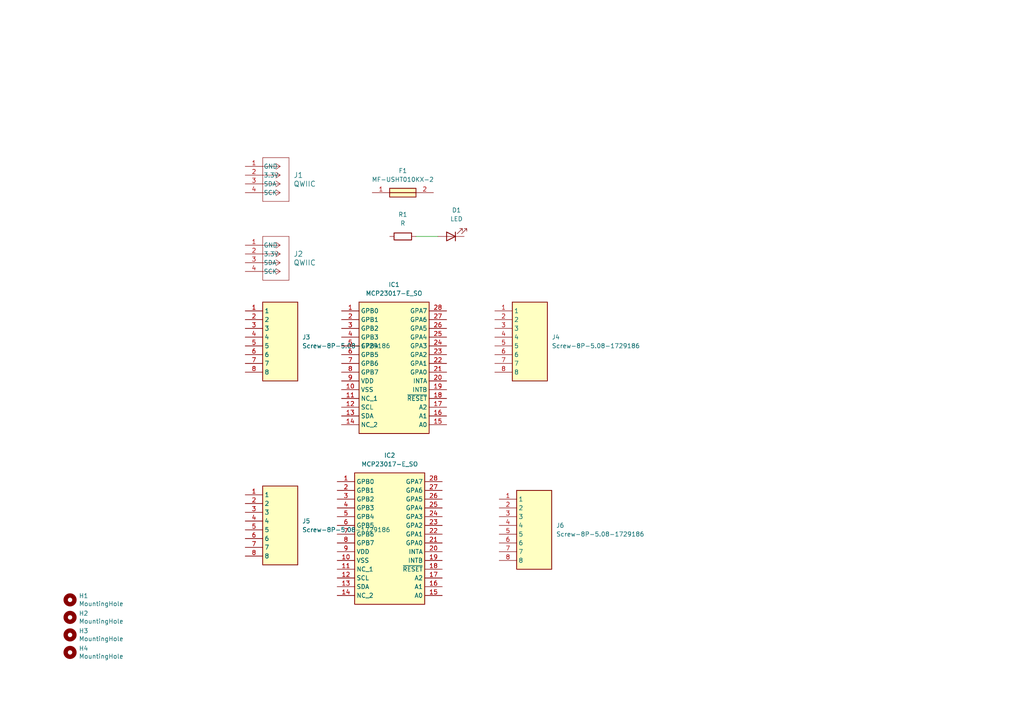
<source format=kicad_sch>
(kicad_sch
	(version 20231120)
	(generator "eeschema")
	(generator_version "8.0")
	(uuid "42fd438b-6d49-4666-ae11-20ce1683aad5")
	(paper "A4")
	(lib_symbols
		(symbol "00_Connectors:QWIIC"
			(pin_names
				(offset 0.254)
			)
			(exclude_from_sim no)
			(in_bom yes)
			(on_board yes)
			(property "Reference" "J"
				(at 5.842 3.81 0)
				(effects
					(font
						(size 1.524 1.524)
					)
				)
			)
			(property "Value" "QWIIC"
				(at 8.89 -11.938 0)
				(effects
					(font
						(size 1.524 1.524)
					)
				)
			)
			(property "Footprint" "00_Connectors:QWIIC"
				(at -3.048 -9.652 0)
				(effects
					(font
						(size 1.27 1.27)
						(italic yes)
					)
					(hide yes)
				)
			)
			(property "Datasheet" "Datasheet"
				(at -3.302 -11.684 0)
				(effects
					(font
						(size 1.27 1.27)
						(italic yes)
					)
					(hide yes)
				)
			)
			(property "Description" ""
				(at 0 0 0)
				(effects
					(font
						(size 1.27 1.27)
					)
					(hide yes)
				)
			)
			(property "ki_keywords" "BM04B-SRSS-TB"
				(at 0 0 0)
				(effects
					(font
						(size 1.27 1.27)
					)
					(hide yes)
				)
			)
			(property "ki_fp_filters" "CONN4_BM04B-SRSS_JST"
				(at 0 0 0)
				(effects
					(font
						(size 1.27 1.27)
					)
					(hide yes)
				)
			)
			(symbol "QWIIC_1_1"
				(polyline
					(pts
						(xy 5.08 -10.16) (xy 12.7 -10.16)
					)
					(stroke
						(width 0.127)
						(type default)
					)
					(fill
						(type none)
					)
				)
				(polyline
					(pts
						(xy 5.08 2.54) (xy 5.08 -10.16)
					)
					(stroke
						(width 0.127)
						(type default)
					)
					(fill
						(type none)
					)
				)
				(polyline
					(pts
						(xy 10.16 -7.62) (xy 5.08 -7.62)
					)
					(stroke
						(width 0.127)
						(type default)
					)
					(fill
						(type none)
					)
				)
				(polyline
					(pts
						(xy 10.16 -7.62) (xy 8.89 -8.4667)
					)
					(stroke
						(width 0.127)
						(type default)
					)
					(fill
						(type none)
					)
				)
				(polyline
					(pts
						(xy 10.16 -7.62) (xy 8.89 -6.7733)
					)
					(stroke
						(width 0.127)
						(type default)
					)
					(fill
						(type none)
					)
				)
				(polyline
					(pts
						(xy 10.16 -5.08) (xy 5.08 -5.08)
					)
					(stroke
						(width 0.127)
						(type default)
					)
					(fill
						(type none)
					)
				)
				(polyline
					(pts
						(xy 10.16 -5.08) (xy 8.89 -5.9267)
					)
					(stroke
						(width 0.127)
						(type default)
					)
					(fill
						(type none)
					)
				)
				(polyline
					(pts
						(xy 10.16 -5.08) (xy 8.89 -4.2333)
					)
					(stroke
						(width 0.127)
						(type default)
					)
					(fill
						(type none)
					)
				)
				(polyline
					(pts
						(xy 10.16 -2.54) (xy 5.08 -2.54)
					)
					(stroke
						(width 0.127)
						(type default)
					)
					(fill
						(type none)
					)
				)
				(polyline
					(pts
						(xy 10.16 -2.54) (xy 8.89 -3.3867)
					)
					(stroke
						(width 0.127)
						(type default)
					)
					(fill
						(type none)
					)
				)
				(polyline
					(pts
						(xy 10.16 -2.54) (xy 8.89 -1.6933)
					)
					(stroke
						(width 0.127)
						(type default)
					)
					(fill
						(type none)
					)
				)
				(polyline
					(pts
						(xy 10.16 0) (xy 5.08 0)
					)
					(stroke
						(width 0.127)
						(type default)
					)
					(fill
						(type none)
					)
				)
				(polyline
					(pts
						(xy 10.16 0) (xy 8.89 -0.8467)
					)
					(stroke
						(width 0.127)
						(type default)
					)
					(fill
						(type none)
					)
				)
				(polyline
					(pts
						(xy 10.16 0) (xy 8.89 0.8467)
					)
					(stroke
						(width 0.127)
						(type default)
					)
					(fill
						(type none)
					)
				)
				(polyline
					(pts
						(xy 12.7 -10.16) (xy 12.7 2.54)
					)
					(stroke
						(width 0.127)
						(type default)
					)
					(fill
						(type none)
					)
				)
				(polyline
					(pts
						(xy 12.7 2.54) (xy 5.08 2.54)
					)
					(stroke
						(width 0.127)
						(type default)
					)
					(fill
						(type none)
					)
				)
				(pin power_in line
					(at 0 0 0)
					(length 5.08)
					(name "GND"
						(effects
							(font
								(size 1.27 1.27)
							)
						)
					)
					(number "1"
						(effects
							(font
								(size 1.27 1.27)
							)
						)
					)
				)
				(pin power_in line
					(at 0 -2.54 0)
					(length 5.08)
					(name "3.3V"
						(effects
							(font
								(size 1.27 1.27)
							)
						)
					)
					(number "2"
						(effects
							(font
								(size 1.27 1.27)
							)
						)
					)
				)
				(pin bidirectional line
					(at 0 -5.08 0)
					(length 5.08)
					(name "SDA"
						(effects
							(font
								(size 1.27 1.27)
							)
						)
					)
					(number "3"
						(effects
							(font
								(size 1.27 1.27)
							)
						)
					)
				)
				(pin bidirectional line
					(at 0 -7.62 0)
					(length 5.08)
					(name "SCK"
						(effects
							(font
								(size 1.27 1.27)
							)
						)
					)
					(number "4"
						(effects
							(font
								(size 1.27 1.27)
							)
						)
					)
				)
			)
			(symbol "QWIIC_1_2"
				(polyline
					(pts
						(xy 5.08 -10.16) (xy 12.7 -10.16)
					)
					(stroke
						(width 0.127)
						(type default)
					)
					(fill
						(type none)
					)
				)
				(polyline
					(pts
						(xy 5.08 2.54) (xy 5.08 -10.16)
					)
					(stroke
						(width 0.127)
						(type default)
					)
					(fill
						(type none)
					)
				)
				(polyline
					(pts
						(xy 7.62 -7.62) (xy 5.08 -7.62)
					)
					(stroke
						(width 0.127)
						(type default)
					)
					(fill
						(type none)
					)
				)
				(polyline
					(pts
						(xy 7.62 -7.62) (xy 8.89 -8.4667)
					)
					(stroke
						(width 0.127)
						(type default)
					)
					(fill
						(type none)
					)
				)
				(polyline
					(pts
						(xy 7.62 -7.62) (xy 8.89 -6.7733)
					)
					(stroke
						(width 0.127)
						(type default)
					)
					(fill
						(type none)
					)
				)
				(polyline
					(pts
						(xy 7.62 -5.08) (xy 5.08 -5.08)
					)
					(stroke
						(width 0.127)
						(type default)
					)
					(fill
						(type none)
					)
				)
				(polyline
					(pts
						(xy 7.62 -5.08) (xy 8.89 -5.9267)
					)
					(stroke
						(width 0.127)
						(type default)
					)
					(fill
						(type none)
					)
				)
				(polyline
					(pts
						(xy 7.62 -5.08) (xy 8.89 -4.2333)
					)
					(stroke
						(width 0.127)
						(type default)
					)
					(fill
						(type none)
					)
				)
				(polyline
					(pts
						(xy 7.62 -2.54) (xy 5.08 -2.54)
					)
					(stroke
						(width 0.127)
						(type default)
					)
					(fill
						(type none)
					)
				)
				(polyline
					(pts
						(xy 7.62 -2.54) (xy 8.89 -3.3867)
					)
					(stroke
						(width 0.127)
						(type default)
					)
					(fill
						(type none)
					)
				)
				(polyline
					(pts
						(xy 7.62 -2.54) (xy 8.89 -1.6933)
					)
					(stroke
						(width 0.127)
						(type default)
					)
					(fill
						(type none)
					)
				)
				(polyline
					(pts
						(xy 7.62 0) (xy 5.08 0)
					)
					(stroke
						(width 0.127)
						(type default)
					)
					(fill
						(type none)
					)
				)
				(polyline
					(pts
						(xy 7.62 0) (xy 8.89 -0.8467)
					)
					(stroke
						(width 0.127)
						(type default)
					)
					(fill
						(type none)
					)
				)
				(polyline
					(pts
						(xy 7.62 0) (xy 8.89 0.8467)
					)
					(stroke
						(width 0.127)
						(type default)
					)
					(fill
						(type none)
					)
				)
				(polyline
					(pts
						(xy 12.7 -10.16) (xy 12.7 2.54)
					)
					(stroke
						(width 0.127)
						(type default)
					)
					(fill
						(type none)
					)
				)
				(polyline
					(pts
						(xy 12.7 2.54) (xy 5.08 2.54)
					)
					(stroke
						(width 0.127)
						(type default)
					)
					(fill
						(type none)
					)
				)
				(pin power_in line
					(at 0 0 0)
					(length 5.08)
					(name "1"
						(effects
							(font
								(size 1.27 1.27)
							)
						)
					)
					(number "1"
						(effects
							(font
								(size 1.27 1.27)
							)
						)
					)
				)
				(pin power_in line
					(at 0 -2.54 0)
					(length 5.08)
					(name "2"
						(effects
							(font
								(size 1.27 1.27)
							)
						)
					)
					(number "2"
						(effects
							(font
								(size 1.27 1.27)
							)
						)
					)
				)
				(pin bidirectional line
					(at 0 -5.08 0)
					(length 5.08)
					(name "3"
						(effects
							(font
								(size 1.27 1.27)
							)
						)
					)
					(number "3"
						(effects
							(font
								(size 1.27 1.27)
							)
						)
					)
				)
				(pin bidirectional line
					(at 0 -7.62 0)
					(length 5.08)
					(name "4"
						(effects
							(font
								(size 1.27 1.27)
							)
						)
					)
					(number "4"
						(effects
							(font
								(size 1.27 1.27)
							)
						)
					)
				)
			)
		)
		(symbol "00_Connectors:Screw-8P-5.08-1729186"
			(exclude_from_sim no)
			(in_bom yes)
			(on_board yes)
			(property "Reference" "J"
				(at 16.51 7.62 0)
				(effects
					(font
						(size 1.27 1.27)
					)
					(justify left top)
				)
			)
			(property "Value" "Screw-8P-5.08-1729186"
				(at 16.51 5.08 0)
				(effects
					(font
						(size 1.27 1.27)
					)
					(justify left top)
				)
			)
			(property "Footprint" "1729186"
				(at 16.51 -94.92 0)
				(effects
					(font
						(size 1.27 1.27)
					)
					(justify left top)
					(hide yes)
				)
			)
			(property "Datasheet" "http://www.phoenixcontact.com/de/produkte/1729186/pdf"
				(at 16.51 -194.92 0)
				(effects
					(font
						(size 1.27 1.27)
					)
					(justify left top)
					(hide yes)
				)
			)
			(property "Description" "PCB terminal block, nominal current: 13.5 A, rated voltage (III/2): 400 V, nominal cross section: 1.5 mm?, Number of potentials: 8, Number of rows: 1, Number of positions per row: 8, product range: MKDSN 1,5, pitch: 5.08 mm, connection method: Screw connection with tension sleeve, mounting: Wave soldering, conductor/PCB connection direction: 0 ?, color: green, Pin layout: Linear pinning, Solder pin [P]: 3.5 mm, type of packaging: packed in cardboard"
				(at 0 0 0)
				(effects
					(font
						(size 1.27 1.27)
					)
					(hide yes)
				)
			)
			(property "Height" "10.15"
				(at 16.51 -394.92 0)
				(effects
					(font
						(size 1.27 1.27)
					)
					(justify left top)
					(hide yes)
				)
			)
			(property "Mouser Part Number" "651-1729186"
				(at 16.51 -494.92 0)
				(effects
					(font
						(size 1.27 1.27)
					)
					(justify left top)
					(hide yes)
				)
			)
			(property "Mouser Price/Stock" "https://www.mouser.co.uk/ProductDetail/Phoenix-Contact/1729186?qs=GFUSqQMLmmmIqo9X897hPA%3D%3D"
				(at 16.51 -594.92 0)
				(effects
					(font
						(size 1.27 1.27)
					)
					(justify left top)
					(hide yes)
				)
			)
			(property "Manufacturer_Name" "Phoenix Contact"
				(at 16.51 -694.92 0)
				(effects
					(font
						(size 1.27 1.27)
					)
					(justify left top)
					(hide yes)
				)
			)
			(property "Manufacturer_Part_Number" "1729186"
				(at 16.51 -794.92 0)
				(effects
					(font
						(size 1.27 1.27)
					)
					(justify left top)
					(hide yes)
				)
			)
			(symbol "Screw-8P-5.08-1729186_1_1"
				(rectangle
					(start 5.08 2.54)
					(end 15.24 -20.32)
					(stroke
						(width 0.254)
						(type default)
					)
					(fill
						(type background)
					)
				)
				(pin passive line
					(at 0 0 0)
					(length 5.08)
					(name "1"
						(effects
							(font
								(size 1.27 1.27)
							)
						)
					)
					(number "1"
						(effects
							(font
								(size 1.27 1.27)
							)
						)
					)
				)
				(pin passive line
					(at 0 -2.54 0)
					(length 5.08)
					(name "2"
						(effects
							(font
								(size 1.27 1.27)
							)
						)
					)
					(number "2"
						(effects
							(font
								(size 1.27 1.27)
							)
						)
					)
				)
				(pin passive line
					(at 0 -5.08 0)
					(length 5.08)
					(name "3"
						(effects
							(font
								(size 1.27 1.27)
							)
						)
					)
					(number "3"
						(effects
							(font
								(size 1.27 1.27)
							)
						)
					)
				)
				(pin passive line
					(at 0 -7.62 0)
					(length 5.08)
					(name "4"
						(effects
							(font
								(size 1.27 1.27)
							)
						)
					)
					(number "4"
						(effects
							(font
								(size 1.27 1.27)
							)
						)
					)
				)
				(pin passive line
					(at 0 -10.16 0)
					(length 5.08)
					(name "5"
						(effects
							(font
								(size 1.27 1.27)
							)
						)
					)
					(number "5"
						(effects
							(font
								(size 1.27 1.27)
							)
						)
					)
				)
				(pin passive line
					(at 0 -12.7 0)
					(length 5.08)
					(name "6"
						(effects
							(font
								(size 1.27 1.27)
							)
						)
					)
					(number "6"
						(effects
							(font
								(size 1.27 1.27)
							)
						)
					)
				)
				(pin passive line
					(at 0 -15.24 0)
					(length 5.08)
					(name "7"
						(effects
							(font
								(size 1.27 1.27)
							)
						)
					)
					(number "7"
						(effects
							(font
								(size 1.27 1.27)
							)
						)
					)
				)
				(pin passive line
					(at 0 -17.78 0)
					(length 5.08)
					(name "8"
						(effects
							(font
								(size 1.27 1.27)
							)
						)
					)
					(number "8"
						(effects
							(font
								(size 1.27 1.27)
							)
						)
					)
				)
			)
		)
		(symbol "00_General:MF-USHT010KX-2"
			(pin_names hide)
			(exclude_from_sim no)
			(in_bom yes)
			(on_board yes)
			(property "Reference" "F"
				(at 13.97 6.35 0)
				(effects
					(font
						(size 1.27 1.27)
					)
					(justify left top)
				)
			)
			(property "Value" "MF-USHT010KX-2"
				(at 13.97 3.81 0)
				(effects
					(font
						(size 1.27 1.27)
					)
					(justify left top)
				)
			)
			(property "Footprint" "00_General:FUSC3226X85N"
				(at 13.97 -96.19 0)
				(effects
					(font
						(size 1.27 1.27)
					)
					(justify left top)
					(hide yes)
				)
			)
			(property "Datasheet" "https://www.bourns.com/docs/Product-Datasheets/mfusht.pdf"
				(at 13.97 -196.19 0)
				(effects
					(font
						(size 1.27 1.27)
					)
					(justify left top)
					(hide yes)
				)
			)
			(property "Description" "Resettable Fuses - PPTC 30V   .1A-HD   20A MAX"
				(at 0 0 0)
				(effects
					(font
						(size 1.27 1.27)
					)
					(hide yes)
				)
			)
			(property "Height" "0.85"
				(at 13.97 -396.19 0)
				(effects
					(font
						(size 1.27 1.27)
					)
					(justify left top)
					(hide yes)
				)
			)
			(property "Mouser Part Number" "652-MF-USHT010KX-2"
				(at 13.97 -496.19 0)
				(effects
					(font
						(size 1.27 1.27)
					)
					(justify left top)
					(hide yes)
				)
			)
			(property "Mouser Price/Stock" "https://www.mouser.co.uk/ProductDetail/Bourns/MF-USHT010KX-2?qs=XeJtXLiO41R5TDfPObrLlQ%3D%3D"
				(at 13.97 -596.19 0)
				(effects
					(font
						(size 1.27 1.27)
					)
					(justify left top)
					(hide yes)
				)
			)
			(property "Manufacturer_Name" "Bourns"
				(at 13.97 -696.19 0)
				(effects
					(font
						(size 1.27 1.27)
					)
					(justify left top)
					(hide yes)
				)
			)
			(property "Manufacturer_Part_Number" "MF-USHT010KX-2"
				(at 13.97 -796.19 0)
				(effects
					(font
						(size 1.27 1.27)
					)
					(justify left top)
					(hide yes)
				)
			)
			(symbol "MF-USHT010KX-2_1_1"
				(polyline
					(pts
						(xy 5.08 0) (xy 12.7 0)
					)
					(stroke
						(width 0.254)
						(type default)
					)
					(fill
						(type none)
					)
				)
				(rectangle
					(start 5.08 1.27)
					(end 12.7 -1.27)
					(stroke
						(width 0.254)
						(type default)
					)
					(fill
						(type background)
					)
				)
				(pin passive line
					(at 0 0 0)
					(length 5.08)
					(name "1"
						(effects
							(font
								(size 1.27 1.27)
							)
						)
					)
					(number "1"
						(effects
							(font
								(size 1.27 1.27)
							)
						)
					)
				)
				(pin passive line
					(at 17.78 0 180)
					(length 5.08)
					(name "2"
						(effects
							(font
								(size 1.27 1.27)
							)
						)
					)
					(number "2"
						(effects
							(font
								(size 1.27 1.27)
							)
						)
					)
				)
			)
		)
		(symbol "Device:LED"
			(pin_numbers hide)
			(pin_names
				(offset 1.016) hide)
			(exclude_from_sim no)
			(in_bom yes)
			(on_board yes)
			(property "Reference" "D"
				(at 0 2.54 0)
				(effects
					(font
						(size 1.27 1.27)
					)
				)
			)
			(property "Value" "LED"
				(at 0 -2.54 0)
				(effects
					(font
						(size 1.27 1.27)
					)
				)
			)
			(property "Footprint" ""
				(at 0 0 0)
				(effects
					(font
						(size 1.27 1.27)
					)
					(hide yes)
				)
			)
			(property "Datasheet" "~"
				(at 0 0 0)
				(effects
					(font
						(size 1.27 1.27)
					)
					(hide yes)
				)
			)
			(property "Description" "Light emitting diode"
				(at 0 0 0)
				(effects
					(font
						(size 1.27 1.27)
					)
					(hide yes)
				)
			)
			(property "ki_keywords" "LED diode"
				(at 0 0 0)
				(effects
					(font
						(size 1.27 1.27)
					)
					(hide yes)
				)
			)
			(property "ki_fp_filters" "LED* LED_SMD:* LED_THT:*"
				(at 0 0 0)
				(effects
					(font
						(size 1.27 1.27)
					)
					(hide yes)
				)
			)
			(symbol "LED_0_1"
				(polyline
					(pts
						(xy -1.27 -1.27) (xy -1.27 1.27)
					)
					(stroke
						(width 0.254)
						(type default)
					)
					(fill
						(type none)
					)
				)
				(polyline
					(pts
						(xy -1.27 0) (xy 1.27 0)
					)
					(stroke
						(width 0)
						(type default)
					)
					(fill
						(type none)
					)
				)
				(polyline
					(pts
						(xy 1.27 -1.27) (xy 1.27 1.27) (xy -1.27 0) (xy 1.27 -1.27)
					)
					(stroke
						(width 0.254)
						(type default)
					)
					(fill
						(type none)
					)
				)
				(polyline
					(pts
						(xy -3.048 -0.762) (xy -4.572 -2.286) (xy -3.81 -2.286) (xy -4.572 -2.286) (xy -4.572 -1.524)
					)
					(stroke
						(width 0)
						(type default)
					)
					(fill
						(type none)
					)
				)
				(polyline
					(pts
						(xy -1.778 -0.762) (xy -3.302 -2.286) (xy -2.54 -2.286) (xy -3.302 -2.286) (xy -3.302 -1.524)
					)
					(stroke
						(width 0)
						(type default)
					)
					(fill
						(type none)
					)
				)
			)
			(symbol "LED_1_1"
				(pin passive line
					(at -3.81 0 0)
					(length 2.54)
					(name "K"
						(effects
							(font
								(size 1.27 1.27)
							)
						)
					)
					(number "1"
						(effects
							(font
								(size 1.27 1.27)
							)
						)
					)
				)
				(pin passive line
					(at 3.81 0 180)
					(length 2.54)
					(name "A"
						(effects
							(font
								(size 1.27 1.27)
							)
						)
					)
					(number "2"
						(effects
							(font
								(size 1.27 1.27)
							)
						)
					)
				)
			)
		)
		(symbol "Device:R"
			(pin_numbers hide)
			(pin_names
				(offset 0)
			)
			(exclude_from_sim no)
			(in_bom yes)
			(on_board yes)
			(property "Reference" "R"
				(at 2.032 0 90)
				(effects
					(font
						(size 1.27 1.27)
					)
				)
			)
			(property "Value" "R"
				(at 0 0 90)
				(effects
					(font
						(size 1.27 1.27)
					)
				)
			)
			(property "Footprint" ""
				(at -1.778 0 90)
				(effects
					(font
						(size 1.27 1.27)
					)
					(hide yes)
				)
			)
			(property "Datasheet" "~"
				(at 0 0 0)
				(effects
					(font
						(size 1.27 1.27)
					)
					(hide yes)
				)
			)
			(property "Description" "Resistor"
				(at 0 0 0)
				(effects
					(font
						(size 1.27 1.27)
					)
					(hide yes)
				)
			)
			(property "ki_keywords" "R res resistor"
				(at 0 0 0)
				(effects
					(font
						(size 1.27 1.27)
					)
					(hide yes)
				)
			)
			(property "ki_fp_filters" "R_*"
				(at 0 0 0)
				(effects
					(font
						(size 1.27 1.27)
					)
					(hide yes)
				)
			)
			(symbol "R_0_1"
				(rectangle
					(start -1.016 -2.54)
					(end 1.016 2.54)
					(stroke
						(width 0.254)
						(type default)
					)
					(fill
						(type none)
					)
				)
			)
			(symbol "R_1_1"
				(pin passive line
					(at 0 3.81 270)
					(length 1.27)
					(name "~"
						(effects
							(font
								(size 1.27 1.27)
							)
						)
					)
					(number "1"
						(effects
							(font
								(size 1.27 1.27)
							)
						)
					)
				)
				(pin passive line
					(at 0 -3.81 90)
					(length 1.27)
					(name "~"
						(effects
							(font
								(size 1.27 1.27)
							)
						)
					)
					(number "2"
						(effects
							(font
								(size 1.27 1.27)
							)
						)
					)
				)
			)
		)
		(symbol "Mechanical:MountingHole"
			(pin_names
				(offset 1.016)
			)
			(exclude_from_sim yes)
			(in_bom no)
			(on_board yes)
			(property "Reference" "H"
				(at 0 5.08 0)
				(effects
					(font
						(size 1.27 1.27)
					)
				)
			)
			(property "Value" "MountingHole"
				(at 0 3.175 0)
				(effects
					(font
						(size 1.27 1.27)
					)
				)
			)
			(property "Footprint" ""
				(at 0 0 0)
				(effects
					(font
						(size 1.27 1.27)
					)
					(hide yes)
				)
			)
			(property "Datasheet" "~"
				(at 0 0 0)
				(effects
					(font
						(size 1.27 1.27)
					)
					(hide yes)
				)
			)
			(property "Description" "Mounting Hole without connection"
				(at 0 0 0)
				(effects
					(font
						(size 1.27 1.27)
					)
					(hide yes)
				)
			)
			(property "ki_keywords" "mounting hole"
				(at 0 0 0)
				(effects
					(font
						(size 1.27 1.27)
					)
					(hide yes)
				)
			)
			(property "ki_fp_filters" "MountingHole*"
				(at 0 0 0)
				(effects
					(font
						(size 1.27 1.27)
					)
					(hide yes)
				)
			)
			(symbol "MountingHole_0_1"
				(circle
					(center 0 0)
					(radius 1.27)
					(stroke
						(width 1.27)
						(type default)
					)
					(fill
						(type none)
					)
				)
			)
		)
		(symbol "QWIIC_1"
			(pin_names
				(offset 0.254)
			)
			(exclude_from_sim no)
			(in_bom yes)
			(on_board yes)
			(property "Reference" "J"
				(at 5.842 3.81 0)
				(effects
					(font
						(size 1.524 1.524)
					)
				)
			)
			(property "Value" "QWIIC"
				(at 8.89 -11.938 0)
				(effects
					(font
						(size 1.524 1.524)
					)
				)
			)
			(property "Footprint" "00_Connectors:QWIIC"
				(at -3.048 -9.652 0)
				(effects
					(font
						(size 1.27 1.27)
						(italic yes)
					)
					(hide yes)
				)
			)
			(property "Datasheet" "Datasheet"
				(at -3.302 -11.684 0)
				(effects
					(font
						(size 1.27 1.27)
						(italic yes)
					)
					(hide yes)
				)
			)
			(property "Description" ""
				(at 0 0 0)
				(effects
					(font
						(size 1.27 1.27)
					)
					(hide yes)
				)
			)
			(property "ki_keywords" "BM04B-SRSS-TB"
				(at 0 0 0)
				(effects
					(font
						(size 1.27 1.27)
					)
					(hide yes)
				)
			)
			(property "ki_fp_filters" "CONN4_BM04B-SRSS_JST"
				(at 0 0 0)
				(effects
					(font
						(size 1.27 1.27)
					)
					(hide yes)
				)
			)
			(symbol "QWIIC_1_1_1"
				(polyline
					(pts
						(xy 5.08 -10.16) (xy 12.7 -10.16)
					)
					(stroke
						(width 0.127)
						(type default)
					)
					(fill
						(type none)
					)
				)
				(polyline
					(pts
						(xy 5.08 2.54) (xy 5.08 -10.16)
					)
					(stroke
						(width 0.127)
						(type default)
					)
					(fill
						(type none)
					)
				)
				(polyline
					(pts
						(xy 10.16 -7.62) (xy 5.08 -7.62)
					)
					(stroke
						(width 0.127)
						(type default)
					)
					(fill
						(type none)
					)
				)
				(polyline
					(pts
						(xy 10.16 -7.62) (xy 8.89 -8.4667)
					)
					(stroke
						(width 0.127)
						(type default)
					)
					(fill
						(type none)
					)
				)
				(polyline
					(pts
						(xy 10.16 -7.62) (xy 8.89 -6.7733)
					)
					(stroke
						(width 0.127)
						(type default)
					)
					(fill
						(type none)
					)
				)
				(polyline
					(pts
						(xy 10.16 -5.08) (xy 5.08 -5.08)
					)
					(stroke
						(width 0.127)
						(type default)
					)
					(fill
						(type none)
					)
				)
				(polyline
					(pts
						(xy 10.16 -5.08) (xy 8.89 -5.9267)
					)
					(stroke
						(width 0.127)
						(type default)
					)
					(fill
						(type none)
					)
				)
				(polyline
					(pts
						(xy 10.16 -5.08) (xy 8.89 -4.2333)
					)
					(stroke
						(width 0.127)
						(type default)
					)
					(fill
						(type none)
					)
				)
				(polyline
					(pts
						(xy 10.16 -2.54) (xy 5.08 -2.54)
					)
					(stroke
						(width 0.127)
						(type default)
					)
					(fill
						(type none)
					)
				)
				(polyline
					(pts
						(xy 10.16 -2.54) (xy 8.89 -3.3867)
					)
					(stroke
						(width 0.127)
						(type default)
					)
					(fill
						(type none)
					)
				)
				(polyline
					(pts
						(xy 10.16 -2.54) (xy 8.89 -1.6933)
					)
					(stroke
						(width 0.127)
						(type default)
					)
					(fill
						(type none)
					)
				)
				(polyline
					(pts
						(xy 10.16 0) (xy 5.08 0)
					)
					(stroke
						(width 0.127)
						(type default)
					)
					(fill
						(type none)
					)
				)
				(polyline
					(pts
						(xy 10.16 0) (xy 8.89 -0.8467)
					)
					(stroke
						(width 0.127)
						(type default)
					)
					(fill
						(type none)
					)
				)
				(polyline
					(pts
						(xy 10.16 0) (xy 8.89 0.8467)
					)
					(stroke
						(width 0.127)
						(type default)
					)
					(fill
						(type none)
					)
				)
				(polyline
					(pts
						(xy 12.7 -10.16) (xy 12.7 2.54)
					)
					(stroke
						(width 0.127)
						(type default)
					)
					(fill
						(type none)
					)
				)
				(polyline
					(pts
						(xy 12.7 2.54) (xy 5.08 2.54)
					)
					(stroke
						(width 0.127)
						(type default)
					)
					(fill
						(type none)
					)
				)
				(pin power_in line
					(at 0 0 0)
					(length 5.08)
					(name "GND"
						(effects
							(font
								(size 1.27 1.27)
							)
						)
					)
					(number "1"
						(effects
							(font
								(size 1.27 1.27)
							)
						)
					)
				)
				(pin power_in line
					(at 0 -2.54 0)
					(length 5.08)
					(name "3.3V"
						(effects
							(font
								(size 1.27 1.27)
							)
						)
					)
					(number "2"
						(effects
							(font
								(size 1.27 1.27)
							)
						)
					)
				)
				(pin bidirectional line
					(at 0 -5.08 0)
					(length 5.08)
					(name "SDA"
						(effects
							(font
								(size 1.27 1.27)
							)
						)
					)
					(number "3"
						(effects
							(font
								(size 1.27 1.27)
							)
						)
					)
				)
				(pin bidirectional line
					(at 0 -7.62 0)
					(length 5.08)
					(name "SCK"
						(effects
							(font
								(size 1.27 1.27)
							)
						)
					)
					(number "4"
						(effects
							(font
								(size 1.27 1.27)
							)
						)
					)
				)
			)
			(symbol "QWIIC_1_1_2"
				(polyline
					(pts
						(xy 5.08 -10.16) (xy 12.7 -10.16)
					)
					(stroke
						(width 0.127)
						(type default)
					)
					(fill
						(type none)
					)
				)
				(polyline
					(pts
						(xy 5.08 2.54) (xy 5.08 -10.16)
					)
					(stroke
						(width 0.127)
						(type default)
					)
					(fill
						(type none)
					)
				)
				(polyline
					(pts
						(xy 7.62 -7.62) (xy 5.08 -7.62)
					)
					(stroke
						(width 0.127)
						(type default)
					)
					(fill
						(type none)
					)
				)
				(polyline
					(pts
						(xy 7.62 -7.62) (xy 8.89 -8.4667)
					)
					(stroke
						(width 0.127)
						(type default)
					)
					(fill
						(type none)
					)
				)
				(polyline
					(pts
						(xy 7.62 -7.62) (xy 8.89 -6.7733)
					)
					(stroke
						(width 0.127)
						(type default)
					)
					(fill
						(type none)
					)
				)
				(polyline
					(pts
						(xy 7.62 -5.08) (xy 5.08 -5.08)
					)
					(stroke
						(width 0.127)
						(type default)
					)
					(fill
						(type none)
					)
				)
				(polyline
					(pts
						(xy 7.62 -5.08) (xy 8.89 -5.9267)
					)
					(stroke
						(width 0.127)
						(type default)
					)
					(fill
						(type none)
					)
				)
				(polyline
					(pts
						(xy 7.62 -5.08) (xy 8.89 -4.2333)
					)
					(stroke
						(width 0.127)
						(type default)
					)
					(fill
						(type none)
					)
				)
				(polyline
					(pts
						(xy 7.62 -2.54) (xy 5.08 -2.54)
					)
					(stroke
						(width 0.127)
						(type default)
					)
					(fill
						(type none)
					)
				)
				(polyline
					(pts
						(xy 7.62 -2.54) (xy 8.89 -3.3867)
					)
					(stroke
						(width 0.127)
						(type default)
					)
					(fill
						(type none)
					)
				)
				(polyline
					(pts
						(xy 7.62 -2.54) (xy 8.89 -1.6933)
					)
					(stroke
						(width 0.127)
						(type default)
					)
					(fill
						(type none)
					)
				)
				(polyline
					(pts
						(xy 7.62 0) (xy 5.08 0)
					)
					(stroke
						(width 0.127)
						(type default)
					)
					(fill
						(type none)
					)
				)
				(polyline
					(pts
						(xy 7.62 0) (xy 8.89 -0.8467)
					)
					(stroke
						(width 0.127)
						(type default)
					)
					(fill
						(type none)
					)
				)
				(polyline
					(pts
						(xy 7.62 0) (xy 8.89 0.8467)
					)
					(stroke
						(width 0.127)
						(type default)
					)
					(fill
						(type none)
					)
				)
				(polyline
					(pts
						(xy 12.7 -10.16) (xy 12.7 2.54)
					)
					(stroke
						(width 0.127)
						(type default)
					)
					(fill
						(type none)
					)
				)
				(polyline
					(pts
						(xy 12.7 2.54) (xy 5.08 2.54)
					)
					(stroke
						(width 0.127)
						(type default)
					)
					(fill
						(type none)
					)
				)
				(pin power_in line
					(at 0 0 0)
					(length 5.08)
					(name "1"
						(effects
							(font
								(size 1.27 1.27)
							)
						)
					)
					(number "1"
						(effects
							(font
								(size 1.27 1.27)
							)
						)
					)
				)
				(pin power_in line
					(at 0 -2.54 0)
					(length 5.08)
					(name "2"
						(effects
							(font
								(size 1.27 1.27)
							)
						)
					)
					(number "2"
						(effects
							(font
								(size 1.27 1.27)
							)
						)
					)
				)
				(pin bidirectional line
					(at 0 -5.08 0)
					(length 5.08)
					(name "3"
						(effects
							(font
								(size 1.27 1.27)
							)
						)
					)
					(number "3"
						(effects
							(font
								(size 1.27 1.27)
							)
						)
					)
				)
				(pin bidirectional line
					(at 0 -7.62 0)
					(length 5.08)
					(name "4"
						(effects
							(font
								(size 1.27 1.27)
							)
						)
					)
					(number "4"
						(effects
							(font
								(size 1.27 1.27)
							)
						)
					)
				)
			)
		)
		(symbol "SamacSys_Parts:MCP23017-E_SO"
			(exclude_from_sim no)
			(in_bom yes)
			(on_board yes)
			(property "Reference" "IC"
				(at 26.67 7.62 0)
				(effects
					(font
						(size 1.27 1.27)
					)
					(justify left top)
				)
			)
			(property "Value" "MCP23017-E_SO"
				(at 26.67 5.08 0)
				(effects
					(font
						(size 1.27 1.27)
					)
					(justify left top)
				)
			)
			(property "Footprint" "SOIC127P1030X265-28N"
				(at 26.67 -94.92 0)
				(effects
					(font
						(size 1.27 1.27)
					)
					(justify left top)
					(hide yes)
				)
			)
			(property "Datasheet" "https://datasheet.datasheetarchive.com/originals/distributors/SFDatasheet-4/sf-00090057.pdf"
				(at 26.67 -194.92 0)
				(effects
					(font
						(size 1.27 1.27)
					)
					(justify left top)
					(hide yes)
				)
			)
			(property "Description" "16-bit I/O Expander,I2C,MCP23017-E/SO"
				(at 0 0 0)
				(effects
					(font
						(size 1.27 1.27)
					)
					(hide yes)
				)
			)
			(property "Height" "2.65"
				(at 26.67 -394.92 0)
				(effects
					(font
						(size 1.27 1.27)
					)
					(justify left top)
					(hide yes)
				)
			)
			(property "Mouser Part Number" "579-MCP23017-E/SO"
				(at 26.67 -494.92 0)
				(effects
					(font
						(size 1.27 1.27)
					)
					(justify left top)
					(hide yes)
				)
			)
			(property "Mouser Price/Stock" "https://www.mouser.co.uk/ProductDetail/Microchip-Technology/MCP23017-E-SO?qs=usxtMOJb1Rz8hft7vV7YMQ%3D%3D"
				(at 26.67 -594.92 0)
				(effects
					(font
						(size 1.27 1.27)
					)
					(justify left top)
					(hide yes)
				)
			)
			(property "Manufacturer_Name" "Microchip"
				(at 26.67 -694.92 0)
				(effects
					(font
						(size 1.27 1.27)
					)
					(justify left top)
					(hide yes)
				)
			)
			(property "Manufacturer_Part_Number" "MCP23017-E/SO"
				(at 26.67 -794.92 0)
				(effects
					(font
						(size 1.27 1.27)
					)
					(justify left top)
					(hide yes)
				)
			)
			(symbol "MCP23017-E_SO_1_1"
				(rectangle
					(start 5.08 2.54)
					(end 25.4 -35.56)
					(stroke
						(width 0.254)
						(type default)
					)
					(fill
						(type background)
					)
				)
				(pin passive line
					(at 0 0 0)
					(length 5.08)
					(name "GPB0"
						(effects
							(font
								(size 1.27 1.27)
							)
						)
					)
					(number "1"
						(effects
							(font
								(size 1.27 1.27)
							)
						)
					)
				)
				(pin passive line
					(at 0 -22.86 0)
					(length 5.08)
					(name "VSS"
						(effects
							(font
								(size 1.27 1.27)
							)
						)
					)
					(number "10"
						(effects
							(font
								(size 1.27 1.27)
							)
						)
					)
				)
				(pin passive line
					(at 0 -25.4 0)
					(length 5.08)
					(name "NC_1"
						(effects
							(font
								(size 1.27 1.27)
							)
						)
					)
					(number "11"
						(effects
							(font
								(size 1.27 1.27)
							)
						)
					)
				)
				(pin passive line
					(at 0 -27.94 0)
					(length 5.08)
					(name "SCL"
						(effects
							(font
								(size 1.27 1.27)
							)
						)
					)
					(number "12"
						(effects
							(font
								(size 1.27 1.27)
							)
						)
					)
				)
				(pin passive line
					(at 0 -30.48 0)
					(length 5.08)
					(name "SDA"
						(effects
							(font
								(size 1.27 1.27)
							)
						)
					)
					(number "13"
						(effects
							(font
								(size 1.27 1.27)
							)
						)
					)
				)
				(pin passive line
					(at 0 -33.02 0)
					(length 5.08)
					(name "NC_2"
						(effects
							(font
								(size 1.27 1.27)
							)
						)
					)
					(number "14"
						(effects
							(font
								(size 1.27 1.27)
							)
						)
					)
				)
				(pin passive line
					(at 30.48 -33.02 180)
					(length 5.08)
					(name "A0"
						(effects
							(font
								(size 1.27 1.27)
							)
						)
					)
					(number "15"
						(effects
							(font
								(size 1.27 1.27)
							)
						)
					)
				)
				(pin passive line
					(at 30.48 -30.48 180)
					(length 5.08)
					(name "A1"
						(effects
							(font
								(size 1.27 1.27)
							)
						)
					)
					(number "16"
						(effects
							(font
								(size 1.27 1.27)
							)
						)
					)
				)
				(pin passive line
					(at 30.48 -27.94 180)
					(length 5.08)
					(name "A2"
						(effects
							(font
								(size 1.27 1.27)
							)
						)
					)
					(number "17"
						(effects
							(font
								(size 1.27 1.27)
							)
						)
					)
				)
				(pin passive line
					(at 30.48 -25.4 180)
					(length 5.08)
					(name "~{RESET}"
						(effects
							(font
								(size 1.27 1.27)
							)
						)
					)
					(number "18"
						(effects
							(font
								(size 1.27 1.27)
							)
						)
					)
				)
				(pin passive line
					(at 30.48 -22.86 180)
					(length 5.08)
					(name "INTB"
						(effects
							(font
								(size 1.27 1.27)
							)
						)
					)
					(number "19"
						(effects
							(font
								(size 1.27 1.27)
							)
						)
					)
				)
				(pin passive line
					(at 0 -2.54 0)
					(length 5.08)
					(name "GPB1"
						(effects
							(font
								(size 1.27 1.27)
							)
						)
					)
					(number "2"
						(effects
							(font
								(size 1.27 1.27)
							)
						)
					)
				)
				(pin passive line
					(at 30.48 -20.32 180)
					(length 5.08)
					(name "INTA"
						(effects
							(font
								(size 1.27 1.27)
							)
						)
					)
					(number "20"
						(effects
							(font
								(size 1.27 1.27)
							)
						)
					)
				)
				(pin passive line
					(at 30.48 -17.78 180)
					(length 5.08)
					(name "GPA0"
						(effects
							(font
								(size 1.27 1.27)
							)
						)
					)
					(number "21"
						(effects
							(font
								(size 1.27 1.27)
							)
						)
					)
				)
				(pin passive line
					(at 30.48 -15.24 180)
					(length 5.08)
					(name "GPA1"
						(effects
							(font
								(size 1.27 1.27)
							)
						)
					)
					(number "22"
						(effects
							(font
								(size 1.27 1.27)
							)
						)
					)
				)
				(pin passive line
					(at 30.48 -12.7 180)
					(length 5.08)
					(name "GPA2"
						(effects
							(font
								(size 1.27 1.27)
							)
						)
					)
					(number "23"
						(effects
							(font
								(size 1.27 1.27)
							)
						)
					)
				)
				(pin passive line
					(at 30.48 -10.16 180)
					(length 5.08)
					(name "GPA3"
						(effects
							(font
								(size 1.27 1.27)
							)
						)
					)
					(number "24"
						(effects
							(font
								(size 1.27 1.27)
							)
						)
					)
				)
				(pin passive line
					(at 30.48 -7.62 180)
					(length 5.08)
					(name "GPA4"
						(effects
							(font
								(size 1.27 1.27)
							)
						)
					)
					(number "25"
						(effects
							(font
								(size 1.27 1.27)
							)
						)
					)
				)
				(pin passive line
					(at 30.48 -5.08 180)
					(length 5.08)
					(name "GPA5"
						(effects
							(font
								(size 1.27 1.27)
							)
						)
					)
					(number "26"
						(effects
							(font
								(size 1.27 1.27)
							)
						)
					)
				)
				(pin passive line
					(at 30.48 -2.54 180)
					(length 5.08)
					(name "GPA6"
						(effects
							(font
								(size 1.27 1.27)
							)
						)
					)
					(number "27"
						(effects
							(font
								(size 1.27 1.27)
							)
						)
					)
				)
				(pin passive line
					(at 30.48 0 180)
					(length 5.08)
					(name "GPA7"
						(effects
							(font
								(size 1.27 1.27)
							)
						)
					)
					(number "28"
						(effects
							(font
								(size 1.27 1.27)
							)
						)
					)
				)
				(pin passive line
					(at 0 -5.08 0)
					(length 5.08)
					(name "GPB2"
						(effects
							(font
								(size 1.27 1.27)
							)
						)
					)
					(number "3"
						(effects
							(font
								(size 1.27 1.27)
							)
						)
					)
				)
				(pin passive line
					(at 0 -7.62 0)
					(length 5.08)
					(name "GPB3"
						(effects
							(font
								(size 1.27 1.27)
							)
						)
					)
					(number "4"
						(effects
							(font
								(size 1.27 1.27)
							)
						)
					)
				)
				(pin passive line
					(at 0 -10.16 0)
					(length 5.08)
					(name "GPB4"
						(effects
							(font
								(size 1.27 1.27)
							)
						)
					)
					(number "5"
						(effects
							(font
								(size 1.27 1.27)
							)
						)
					)
				)
				(pin passive line
					(at 0 -12.7 0)
					(length 5.08)
					(name "GPB5"
						(effects
							(font
								(size 1.27 1.27)
							)
						)
					)
					(number "6"
						(effects
							(font
								(size 1.27 1.27)
							)
						)
					)
				)
				(pin passive line
					(at 0 -15.24 0)
					(length 5.08)
					(name "GPB6"
						(effects
							(font
								(size 1.27 1.27)
							)
						)
					)
					(number "7"
						(effects
							(font
								(size 1.27 1.27)
							)
						)
					)
				)
				(pin passive line
					(at 0 -17.78 0)
					(length 5.08)
					(name "GPB7"
						(effects
							(font
								(size 1.27 1.27)
							)
						)
					)
					(number "8"
						(effects
							(font
								(size 1.27 1.27)
							)
						)
					)
				)
				(pin passive line
					(at 0 -20.32 0)
					(length 5.08)
					(name "VDD"
						(effects
							(font
								(size 1.27 1.27)
							)
						)
					)
					(number "9"
						(effects
							(font
								(size 1.27 1.27)
							)
						)
					)
				)
			)
		)
	)
	(wire
		(pts
			(xy 120.65 68.58) (xy 127 68.58)
		)
		(stroke
			(width 0)
			(type default)
		)
		(uuid "031164e6-764f-4e2e-b9a6-882defa9823d")
	)
	(symbol
		(lib_id "SamacSys_Parts:MCP23017-E_SO")
		(at 99.06 90.17 0)
		(unit 1)
		(exclude_from_sim no)
		(in_bom yes)
		(on_board yes)
		(dnp no)
		(fields_autoplaced yes)
		(uuid "186409a5-79d2-4483-ae00-eed6a6dc42d6")
		(property "Reference" "IC1"
			(at 114.3 82.55 0)
			(effects
				(font
					(size 1.27 1.27)
				)
			)
		)
		(property "Value" "MCP23017-E_SO"
			(at 114.3 85.09 0)
			(effects
				(font
					(size 1.27 1.27)
				)
			)
		)
		(property "Footprint" "SOIC127P1030X265-28N"
			(at 125.73 185.09 0)
			(effects
				(font
					(size 1.27 1.27)
				)
				(justify left top)
				(hide yes)
			)
		)
		(property "Datasheet" "https://datasheet.datasheetarchive.com/originals/distributors/SFDatasheet-4/sf-00090057.pdf"
			(at 125.73 285.09 0)
			(effects
				(font
					(size 1.27 1.27)
				)
				(justify left top)
				(hide yes)
			)
		)
		(property "Description" "16-bit I/O Expander,I2C,MCP23017-E/SO"
			(at 99.06 90.17 0)
			(effects
				(font
					(size 1.27 1.27)
				)
				(hide yes)
			)
		)
		(property "Height" "2.65"
			(at 125.73 485.09 0)
			(effects
				(font
					(size 1.27 1.27)
				)
				(justify left top)
				(hide yes)
			)
		)
		(property "Mouser Part Number" "579-MCP23017-E/SO"
			(at 125.73 585.09 0)
			(effects
				(font
					(size 1.27 1.27)
				)
				(justify left top)
				(hide yes)
			)
		)
		(property "Mouser Price/Stock" "https://www.mouser.co.uk/ProductDetail/Microchip-Technology/MCP23017-E-SO?qs=usxtMOJb1Rz8hft7vV7YMQ%3D%3D"
			(at 125.73 685.09 0)
			(effects
				(font
					(size 1.27 1.27)
				)
				(justify left top)
				(hide yes)
			)
		)
		(property "Manufacturer_Name" "Microchip"
			(at 125.73 785.09 0)
			(effects
				(font
					(size 1.27 1.27)
				)
				(justify left top)
				(hide yes)
			)
		)
		(property "Manufacturer_Part_Number" "MCP23017-E/SO"
			(at 125.73 885.09 0)
			(effects
				(font
					(size 1.27 1.27)
				)
				(justify left top)
				(hide yes)
			)
		)
		(pin "24"
			(uuid "3c3e972a-94e7-4d47-92d8-3ec0f0c7be3a")
		)
		(pin "5"
			(uuid "1114c03d-795a-4331-ab5e-3c4f867407a5")
		)
		(pin "3"
			(uuid "ddff2f91-9248-4c36-9cb9-11f87c28e2e0")
		)
		(pin "21"
			(uuid "4dab343e-5252-4364-9826-5b24e69d15a5")
		)
		(pin "13"
			(uuid "2bd58031-dbfd-4a7c-82d0-2e21a836bb8d")
		)
		(pin "17"
			(uuid "3bb87cb1-103c-4a57-bb5a-859069515776")
		)
		(pin "18"
			(uuid "99e066a2-ba87-42dc-b5c3-e52027a2dff7")
		)
		(pin "12"
			(uuid "abd28582-dd69-4cb7-afb1-2777c45a3ad4")
		)
		(pin "4"
			(uuid "976bdae8-9520-46d5-9986-95771d96c49a")
		)
		(pin "22"
			(uuid "85350327-0874-4731-b7d1-a8ab302ff957")
		)
		(pin "25"
			(uuid "4b295f33-a154-421f-96d9-95e0500be9fc")
		)
		(pin "11"
			(uuid "2960ddeb-b29a-4ae9-87d7-ac453781b41b")
		)
		(pin "15"
			(uuid "f5cb8520-7a4d-4ff8-950d-3099d695d6d6")
		)
		(pin "23"
			(uuid "7ae4bc1e-4d26-496b-9c68-e7c4b2609c9c")
		)
		(pin "27"
			(uuid "df9effbd-3582-4904-b3ad-653a0539d296")
		)
		(pin "7"
			(uuid "27c17ce2-e3bf-4c0a-b89b-155f9b7fe4a9")
		)
		(pin "2"
			(uuid "30a7fcd2-5749-4b88-b549-d79ccc9544f9")
		)
		(pin "19"
			(uuid "25cf456b-e276-4ba4-b5db-c6a733dd7d12")
		)
		(pin "1"
			(uuid "b1a70f41-247a-4071-8835-62ac8cf34cce")
		)
		(pin "10"
			(uuid "eaa70761-4481-48df-b690-58db27891f8c")
		)
		(pin "20"
			(uuid "bd05386d-45bf-40e3-9c2e-50cef602aeb0")
		)
		(pin "26"
			(uuid "2d1e661d-1741-4049-aa47-8ab04ec21603")
		)
		(pin "16"
			(uuid "db400f24-f1c6-4e40-bf49-92cd94767efd")
		)
		(pin "14"
			(uuid "422d1079-d77d-406d-9b0d-6924f1855a6e")
		)
		(pin "28"
			(uuid "c96ec8ba-b4b2-4fd0-85fa-dced57cff881")
		)
		(pin "6"
			(uuid "bfc50b8a-36e2-4b90-a7a1-885d8854e1bf")
		)
		(pin "8"
			(uuid "2339dcc3-b81f-4553-865f-6140c8da4220")
		)
		(pin "9"
			(uuid "c6fd2deb-846d-4892-82df-36fb76409d36")
		)
		(instances
			(project ""
				(path "/42fd438b-6d49-4666-ae11-20ce1683aad5"
					(reference "IC1")
					(unit 1)
				)
			)
		)
	)
	(symbol
		(lib_id "Mechanical:MountingHole")
		(at 20.32 189.23 0)
		(unit 1)
		(exclude_from_sim no)
		(in_bom yes)
		(on_board yes)
		(dnp no)
		(uuid "233870eb-8538-4542-9327-0977debe2a78")
		(property "Reference" "H4"
			(at 22.86 188.0616 0)
			(effects
				(font
					(size 1.27 1.27)
				)
				(justify left)
			)
		)
		(property "Value" "MountingHole"
			(at 22.86 190.373 0)
			(effects
				(font
					(size 1.27 1.27)
				)
				(justify left)
			)
		)
		(property "Footprint" "MountingHole:MountingHole_3.2mm_M3_ISO7380"
			(at 20.32 189.23 0)
			(effects
				(font
					(size 1.27 1.27)
				)
				(hide yes)
			)
		)
		(property "Datasheet" "~"
			(at 20.32 189.23 0)
			(effects
				(font
					(size 1.27 1.27)
				)
				(hide yes)
			)
		)
		(property "Description" ""
			(at 20.32 189.23 0)
			(effects
				(font
					(size 1.27 1.27)
				)
				(hide yes)
			)
		)
		(instances
			(project "io-expander-x2"
				(path "/42fd438b-6d49-4666-ae11-20ce1683aad5"
					(reference "H4")
					(unit 1)
				)
			)
		)
	)
	(symbol
		(lib_id "Mechanical:MountingHole")
		(at 20.32 173.99 0)
		(unit 1)
		(exclude_from_sim no)
		(in_bom yes)
		(on_board yes)
		(dnp no)
		(uuid "257a3e59-5107-4e50-b0b6-bc2ebf579c28")
		(property "Reference" "H1"
			(at 22.86 172.8216 0)
			(effects
				(font
					(size 1.27 1.27)
				)
				(justify left)
			)
		)
		(property "Value" "MountingHole"
			(at 22.86 175.133 0)
			(effects
				(font
					(size 1.27 1.27)
				)
				(justify left)
			)
		)
		(property "Footprint" "MountingHole:MountingHole_3.2mm_M3_ISO7380"
			(at 20.32 173.99 0)
			(effects
				(font
					(size 1.27 1.27)
				)
				(hide yes)
			)
		)
		(property "Datasheet" "~"
			(at 20.32 173.99 0)
			(effects
				(font
					(size 1.27 1.27)
				)
				(hide yes)
			)
		)
		(property "Description" ""
			(at 20.32 173.99 0)
			(effects
				(font
					(size 1.27 1.27)
				)
				(hide yes)
			)
		)
		(instances
			(project "io-expander-x2"
				(path "/42fd438b-6d49-4666-ae11-20ce1683aad5"
					(reference "H1")
					(unit 1)
				)
			)
		)
	)
	(symbol
		(lib_id "00_Connectors:Screw-8P-5.08-1729186")
		(at 143.51 90.17 0)
		(unit 1)
		(exclude_from_sim no)
		(in_bom yes)
		(on_board yes)
		(dnp no)
		(fields_autoplaced yes)
		(uuid "2c207f89-0556-489f-a8e9-5be5f276a97d")
		(property "Reference" "J4"
			(at 160.02 97.7899 0)
			(effects
				(font
					(size 1.27 1.27)
				)
				(justify left)
			)
		)
		(property "Value" "Screw-8P-5.08-1729186"
			(at 160.02 100.3299 0)
			(effects
				(font
					(size 1.27 1.27)
				)
				(justify left)
			)
		)
		(property "Footprint" "00_Connectors:Screw-8P-5.08-1729186"
			(at 160.02 185.09 0)
			(effects
				(font
					(size 1.27 1.27)
				)
				(justify left top)
				(hide yes)
			)
		)
		(property "Datasheet" "http://www.phoenixcontact.com/de/produkte/1729186/pdf"
			(at 160.02 285.09 0)
			(effects
				(font
					(size 1.27 1.27)
				)
				(justify left top)
				(hide yes)
			)
		)
		(property "Description" "PCB terminal block, nominal current: 13.5 A, rated voltage (III/2): 400 V, nominal cross section: 1.5 mm?, Number of potentials: 8, Number of rows: 1, Number of positions per row: 8, product range: MKDSN 1,5, pitch: 5.08 mm, connection method: Screw connection with tension sleeve, mounting: Wave soldering, conductor/PCB connection direction: 0 ?, color: green, Pin layout: Linear pinning, Solder pin [P]: 3.5 mm, type of packaging: packed in cardboard"
			(at 143.51 90.17 0)
			(effects
				(font
					(size 1.27 1.27)
				)
				(hide yes)
			)
		)
		(property "Height" "10.15"
			(at 160.02 485.09 0)
			(effects
				(font
					(size 1.27 1.27)
				)
				(justify left top)
				(hide yes)
			)
		)
		(property "Mouser Part Number" "651-1729186"
			(at 160.02 585.09 0)
			(effects
				(font
					(size 1.27 1.27)
				)
				(justify left top)
				(hide yes)
			)
		)
		(property "Mouser Price/Stock" "https://www.mouser.co.uk/ProductDetail/Phoenix-Contact/1729186?qs=GFUSqQMLmmmIqo9X897hPA%3D%3D"
			(at 160.02 685.09 0)
			(effects
				(font
					(size 1.27 1.27)
				)
				(justify left top)
				(hide yes)
			)
		)
		(property "Manufacturer_Name" "Phoenix Contact"
			(at 160.02 785.09 0)
			(effects
				(font
					(size 1.27 1.27)
				)
				(justify left top)
				(hide yes)
			)
		)
		(property "Manufacturer_Part_Number" "1729186"
			(at 160.02 885.09 0)
			(effects
				(font
					(size 1.27 1.27)
				)
				(justify left top)
				(hide yes)
			)
		)
		(pin "6"
			(uuid "3955a424-268b-4688-ab0f-19c28dc705e1")
		)
		(pin "4"
			(uuid "16cc0035-5259-4f6c-894d-04e01e737fbb")
		)
		(pin "7"
			(uuid "91a11b0f-4b0d-4fed-8920-380f5fc32d6a")
		)
		(pin "5"
			(uuid "ee61c3ed-ebb4-4f18-969e-a78e55de417d")
		)
		(pin "2"
			(uuid "775f548c-f1f2-40b1-a33b-51bce7456b75")
		)
		(pin "3"
			(uuid "a27561b9-24bd-4d9c-bcc6-48b029d02723")
		)
		(pin "1"
			(uuid "2d927b5f-f5da-40a8-b78a-1b60f2a44292")
		)
		(pin "8"
			(uuid "af2e5790-1921-4542-b3b5-ebef3ede8194")
		)
		(instances
			(project ""
				(path "/42fd438b-6d49-4666-ae11-20ce1683aad5"
					(reference "J4")
					(unit 1)
				)
			)
		)
	)
	(symbol
		(lib_id "SamacSys_Parts:MCP23017-E_SO")
		(at 97.79 139.7 0)
		(unit 1)
		(exclude_from_sim no)
		(in_bom yes)
		(on_board yes)
		(dnp no)
		(fields_autoplaced yes)
		(uuid "33b7c21c-800c-40c9-b8c6-a1055c0b1915")
		(property "Reference" "IC2"
			(at 113.03 132.08 0)
			(effects
				(font
					(size 1.27 1.27)
				)
			)
		)
		(property "Value" "MCP23017-E_SO"
			(at 113.03 134.62 0)
			(effects
				(font
					(size 1.27 1.27)
				)
			)
		)
		(property "Footprint" "SOIC127P1030X265-28N"
			(at 124.46 234.62 0)
			(effects
				(font
					(size 1.27 1.27)
				)
				(justify left top)
				(hide yes)
			)
		)
		(property "Datasheet" "https://datasheet.datasheetarchive.com/originals/distributors/SFDatasheet-4/sf-00090057.pdf"
			(at 124.46 334.62 0)
			(effects
				(font
					(size 1.27 1.27)
				)
				(justify left top)
				(hide yes)
			)
		)
		(property "Description" "16-bit I/O Expander,I2C,MCP23017-E/SO"
			(at 97.79 139.7 0)
			(effects
				(font
					(size 1.27 1.27)
				)
				(hide yes)
			)
		)
		(property "Height" "2.65"
			(at 124.46 534.62 0)
			(effects
				(font
					(size 1.27 1.27)
				)
				(justify left top)
				(hide yes)
			)
		)
		(property "Mouser Part Number" "579-MCP23017-E/SO"
			(at 124.46 634.62 0)
			(effects
				(font
					(size 1.27 1.27)
				)
				(justify left top)
				(hide yes)
			)
		)
		(property "Mouser Price/Stock" "https://www.mouser.co.uk/ProductDetail/Microchip-Technology/MCP23017-E-SO?qs=usxtMOJb1Rz8hft7vV7YMQ%3D%3D"
			(at 124.46 734.62 0)
			(effects
				(font
					(size 1.27 1.27)
				)
				(justify left top)
				(hide yes)
			)
		)
		(property "Manufacturer_Name" "Microchip"
			(at 124.46 834.62 0)
			(effects
				(font
					(size 1.27 1.27)
				)
				(justify left top)
				(hide yes)
			)
		)
		(property "Manufacturer_Part_Number" "MCP23017-E/SO"
			(at 124.46 934.62 0)
			(effects
				(font
					(size 1.27 1.27)
				)
				(justify left top)
				(hide yes)
			)
		)
		(pin "24"
			(uuid "83330c27-4967-43ee-90bd-2b97448a1fbf")
		)
		(pin "14"
			(uuid "3ec7a3b6-c02c-49c1-abeb-d2823a2a5530")
		)
		(pin "16"
			(uuid "a3284ca3-fd6f-4214-99e0-ece4ac15bdd4")
		)
		(pin "9"
			(uuid "95657a6f-8365-4c2a-a067-74bddf5c6a7f")
		)
		(pin "2"
			(uuid "04b1745f-5dd5-4417-94f0-21c5a4c2e444")
		)
		(pin "21"
			(uuid "7fbd90ca-84bd-430c-ba67-762748ed8f23")
		)
		(pin "18"
			(uuid "22e5e9d7-00a7-457b-80b6-4c70bbad0b3e")
		)
		(pin "22"
			(uuid "359811c1-f78d-480c-b1a6-4e2dbf452363")
		)
		(pin "5"
			(uuid "aa770c6f-87db-4420-8c41-898ecf0b36f7")
		)
		(pin "7"
			(uuid "ef3ce447-8238-4416-9415-826bb34aa7d4")
		)
		(pin "6"
			(uuid "321d2a63-b2d3-4b3e-973d-ea1bbc12ccf7")
		)
		(pin "15"
			(uuid "a18bbb18-de1f-4d3f-a614-88014ae7ccd7")
		)
		(pin "17"
			(uuid "d90d974a-12ff-4fc3-b374-928f093d6034")
		)
		(pin "1"
			(uuid "2556aaa4-c63e-4e90-99b6-20616b73f905")
		)
		(pin "28"
			(uuid "f189711f-b724-4b55-a5ab-177924ccf0a5")
		)
		(pin "23"
			(uuid "934cbbc6-58ab-44f3-9e55-8e7f6a28940c")
		)
		(pin "3"
			(uuid "b74854a7-444e-4e46-bb27-b0fab3a95931")
		)
		(pin "13"
			(uuid "c512f1e5-15aa-4304-9fbd-653cf34209d8")
		)
		(pin "25"
			(uuid "e705b7dc-6344-4ae2-bdb9-1c8ce7c8fa75")
		)
		(pin "12"
			(uuid "a1623873-3e34-4100-8778-e503b21e580c")
		)
		(pin "10"
			(uuid "e69afa97-8fd4-4586-9c3f-b2a0aff1ff19")
		)
		(pin "11"
			(uuid "6cdabcd4-0cc8-4e2d-86c8-ba8578912934")
		)
		(pin "4"
			(uuid "f5e870dd-d3b8-4a41-afab-8d0c30828b6c")
		)
		(pin "8"
			(uuid "2eeec851-e205-4d95-a769-534fb797e859")
		)
		(pin "26"
			(uuid "3f050d97-2361-4ec9-a8c5-ed73f983c4a9")
		)
		(pin "20"
			(uuid "5d2f1123-7cfc-4266-86b7-f5ee5e5e1d1e")
		)
		(pin "27"
			(uuid "962dc769-5e55-4599-887d-7343f02f987b")
		)
		(pin "19"
			(uuid "8bca5feb-a223-4f0e-be32-7ddd61ca1043")
		)
		(instances
			(project ""
				(path "/42fd438b-6d49-4666-ae11-20ce1683aad5"
					(reference "IC2")
					(unit 1)
				)
			)
		)
	)
	(symbol
		(lib_id "00_Connectors:Screw-8P-5.08-1729186")
		(at 71.12 143.51 0)
		(unit 1)
		(exclude_from_sim no)
		(in_bom yes)
		(on_board yes)
		(dnp no)
		(fields_autoplaced yes)
		(uuid "43b37e56-83cc-40da-a87c-bc773fcb4bbe")
		(property "Reference" "J5"
			(at 87.63 151.1299 0)
			(effects
				(font
					(size 1.27 1.27)
				)
				(justify left)
			)
		)
		(property "Value" "Screw-8P-5.08-1729186"
			(at 87.63 153.6699 0)
			(effects
				(font
					(size 1.27 1.27)
				)
				(justify left)
			)
		)
		(property "Footprint" "00_Connectors:Screw-8P-5.08-1729186"
			(at 87.63 238.43 0)
			(effects
				(font
					(size 1.27 1.27)
				)
				(justify left top)
				(hide yes)
			)
		)
		(property "Datasheet" "http://www.phoenixcontact.com/de/produkte/1729186/pdf"
			(at 87.63 338.43 0)
			(effects
				(font
					(size 1.27 1.27)
				)
				(justify left top)
				(hide yes)
			)
		)
		(property "Description" "PCB terminal block, nominal current: 13.5 A, rated voltage (III/2): 400 V, nominal cross section: 1.5 mm?, Number of potentials: 8, Number of rows: 1, Number of positions per row: 8, product range: MKDSN 1,5, pitch: 5.08 mm, connection method: Screw connection with tension sleeve, mounting: Wave soldering, conductor/PCB connection direction: 0 ?, color: green, Pin layout: Linear pinning, Solder pin [P]: 3.5 mm, type of packaging: packed in cardboard"
			(at 71.12 143.51 0)
			(effects
				(font
					(size 1.27 1.27)
				)
				(hide yes)
			)
		)
		(property "Height" "10.15"
			(at 87.63 538.43 0)
			(effects
				(font
					(size 1.27 1.27)
				)
				(justify left top)
				(hide yes)
			)
		)
		(property "Mouser Part Number" "651-1729186"
			(at 87.63 638.43 0)
			(effects
				(font
					(size 1.27 1.27)
				)
				(justify left top)
				(hide yes)
			)
		)
		(property "Mouser Price/Stock" "https://www.mouser.co.uk/ProductDetail/Phoenix-Contact/1729186?qs=GFUSqQMLmmmIqo9X897hPA%3D%3D"
			(at 87.63 738.43 0)
			(effects
				(font
					(size 1.27 1.27)
				)
				(justify left top)
				(hide yes)
			)
		)
		(property "Manufacturer_Name" "Phoenix Contact"
			(at 87.63 838.43 0)
			(effects
				(font
					(size 1.27 1.27)
				)
				(justify left top)
				(hide yes)
			)
		)
		(property "Manufacturer_Part_Number" "1729186"
			(at 87.63 938.43 0)
			(effects
				(font
					(size 1.27 1.27)
				)
				(justify left top)
				(hide yes)
			)
		)
		(pin "6"
			(uuid "fc9419d7-9147-4c44-9448-e1b3fa45d5c3")
		)
		(pin "1"
			(uuid "42a49663-bc41-4cc5-9a43-fc8b63e41c82")
		)
		(pin "2"
			(uuid "e855217e-b505-4b33-80e5-9a1df8107378")
		)
		(pin "3"
			(uuid "0744a0ad-1037-4862-903a-7e935e367910")
		)
		(pin "8"
			(uuid "87d053bb-cb6a-4532-9377-3aef3b31740e")
		)
		(pin "7"
			(uuid "3d50edb5-fa0a-48e8-850b-42cd33d6dcf2")
		)
		(pin "4"
			(uuid "3b7b467e-ec53-445e-9341-75904076a6e3")
		)
		(pin "5"
			(uuid "5c114944-4978-449e-a2f9-6c0bf28867ce")
		)
		(instances
			(project "io-expander-x2"
				(path "/42fd438b-6d49-4666-ae11-20ce1683aad5"
					(reference "J5")
					(unit 1)
				)
			)
		)
	)
	(symbol
		(lib_id "Mechanical:MountingHole")
		(at 20.32 179.07 0)
		(unit 1)
		(exclude_from_sim no)
		(in_bom yes)
		(on_board yes)
		(dnp no)
		(uuid "61634e41-993f-4d29-874f-eca44ec2cacf")
		(property "Reference" "H2"
			(at 22.86 177.9016 0)
			(effects
				(font
					(size 1.27 1.27)
				)
				(justify left)
			)
		)
		(property "Value" "MountingHole"
			(at 22.86 180.213 0)
			(effects
				(font
					(size 1.27 1.27)
				)
				(justify left)
			)
		)
		(property "Footprint" "MountingHole:MountingHole_3.2mm_M3_ISO7380"
			(at 20.32 179.07 0)
			(effects
				(font
					(size 1.27 1.27)
				)
				(hide yes)
			)
		)
		(property "Datasheet" "~"
			(at 20.32 179.07 0)
			(effects
				(font
					(size 1.27 1.27)
				)
				(hide yes)
			)
		)
		(property "Description" ""
			(at 20.32 179.07 0)
			(effects
				(font
					(size 1.27 1.27)
				)
				(hide yes)
			)
		)
		(instances
			(project "io-expander-x2"
				(path "/42fd438b-6d49-4666-ae11-20ce1683aad5"
					(reference "H2")
					(unit 1)
				)
			)
		)
	)
	(symbol
		(lib_id "Mechanical:MountingHole")
		(at 20.32 184.15 0)
		(unit 1)
		(exclude_from_sim no)
		(in_bom yes)
		(on_board yes)
		(dnp no)
		(uuid "69da6f62-668c-41aa-9819-8fffdbaf1135")
		(property "Reference" "H3"
			(at 22.86 182.9816 0)
			(effects
				(font
					(size 1.27 1.27)
				)
				(justify left)
			)
		)
		(property "Value" "MountingHole"
			(at 22.86 185.293 0)
			(effects
				(font
					(size 1.27 1.27)
				)
				(justify left)
			)
		)
		(property "Footprint" "MountingHole:MountingHole_3.2mm_M3_ISO7380"
			(at 20.32 184.15 0)
			(effects
				(font
					(size 1.27 1.27)
				)
				(hide yes)
			)
		)
		(property "Datasheet" "~"
			(at 20.32 184.15 0)
			(effects
				(font
					(size 1.27 1.27)
				)
				(hide yes)
			)
		)
		(property "Description" ""
			(at 20.32 184.15 0)
			(effects
				(font
					(size 1.27 1.27)
				)
				(hide yes)
			)
		)
		(instances
			(project "io-expander-x2"
				(path "/42fd438b-6d49-4666-ae11-20ce1683aad5"
					(reference "H3")
					(unit 1)
				)
			)
		)
	)
	(symbol
		(lib_id "00_Connectors:QWIIC")
		(at 71.12 71.12 0)
		(unit 1)
		(exclude_from_sim no)
		(in_bom yes)
		(on_board yes)
		(dnp no)
		(fields_autoplaced yes)
		(uuid "6e686e9f-d3d6-4b63-9419-afac36778b6d")
		(property "Reference" "J2"
			(at 85.09 73.6599 0)
			(effects
				(font
					(size 1.524 1.524)
				)
				(justify left)
			)
		)
		(property "Value" "QWIIC"
			(at 85.09 76.1999 0)
			(effects
				(font
					(size 1.524 1.524)
				)
				(justify left)
			)
		)
		(property "Footprint" "00_Connectors:QWIIC"
			(at 68.072 80.772 0)
			(effects
				(font
					(size 1.27 1.27)
					(italic yes)
				)
				(hide yes)
			)
		)
		(property "Datasheet" "Datasheet"
			(at 67.818 82.804 0)
			(effects
				(font
					(size 1.27 1.27)
					(italic yes)
				)
				(hide yes)
			)
		)
		(property "Description" ""
			(at 71.12 71.12 0)
			(effects
				(font
					(size 1.27 1.27)
				)
				(hide yes)
			)
		)
		(pin "2"
			(uuid "6d13fdf9-7ad4-487d-af02-7fbec2a569b4")
		)
		(pin "1"
			(uuid "9ef64d3a-c961-4eaa-94a7-d2626de14d2d")
		)
		(pin "3"
			(uuid "ad78e891-f217-4796-a880-962f9923e9bf")
		)
		(pin "4"
			(uuid "6f99447b-c1ed-4bce-9ab1-f9c16acd7ce3")
		)
		(instances
			(project ""
				(path "/42fd438b-6d49-4666-ae11-20ce1683aad5"
					(reference "J2")
					(unit 1)
				)
			)
		)
	)
	(symbol
		(lib_id "00_General:MF-USHT010KX-2")
		(at 107.95 55.88 0)
		(unit 1)
		(exclude_from_sim no)
		(in_bom yes)
		(on_board yes)
		(dnp no)
		(fields_autoplaced yes)
		(uuid "807df377-442f-4630-aee1-cdaa90b3f604")
		(property "Reference" "F1"
			(at 116.84 49.53 0)
			(effects
				(font
					(size 1.27 1.27)
				)
			)
		)
		(property "Value" "MF-USHT010KX-2"
			(at 116.84 52.07 0)
			(effects
				(font
					(size 1.27 1.27)
				)
			)
		)
		(property "Footprint" "00_General:FUSC3226X85N"
			(at 121.92 152.07 0)
			(effects
				(font
					(size 1.27 1.27)
				)
				(justify left top)
				(hide yes)
			)
		)
		(property "Datasheet" "https://www.bourns.com/docs/Product-Datasheets/mfusht.pdf"
			(at 121.92 252.07 0)
			(effects
				(font
					(size 1.27 1.27)
				)
				(justify left top)
				(hide yes)
			)
		)
		(property "Description" "Resettable Fuses - PPTC 30V   .1A-HD   20A MAX"
			(at 107.95 55.88 0)
			(effects
				(font
					(size 1.27 1.27)
				)
				(hide yes)
			)
		)
		(property "Height" "0.85"
			(at 121.92 452.07 0)
			(effects
				(font
					(size 1.27 1.27)
				)
				(justify left top)
				(hide yes)
			)
		)
		(property "Mouser Part Number" "652-MF-USHT010KX-2"
			(at 121.92 552.07 0)
			(effects
				(font
					(size 1.27 1.27)
				)
				(justify left top)
				(hide yes)
			)
		)
		(property "Mouser Price/Stock" "https://www.mouser.co.uk/ProductDetail/Bourns/MF-USHT010KX-2?qs=XeJtXLiO41R5TDfPObrLlQ%3D%3D"
			(at 121.92 652.07 0)
			(effects
				(font
					(size 1.27 1.27)
				)
				(justify left top)
				(hide yes)
			)
		)
		(property "Manufacturer_Name" "Bourns"
			(at 121.92 752.07 0)
			(effects
				(font
					(size 1.27 1.27)
				)
				(justify left top)
				(hide yes)
			)
		)
		(property "Manufacturer_Part_Number" "MF-USHT010KX-2"
			(at 121.92 852.07 0)
			(effects
				(font
					(size 1.27 1.27)
				)
				(justify left top)
				(hide yes)
			)
		)
		(pin "2"
			(uuid "52b7ac3a-fa2b-4b17-a983-3685bbcd096a")
		)
		(pin "1"
			(uuid "8b86b548-e2d3-48b3-b5aa-cad4c2387990")
		)
		(instances
			(project ""
				(path "/42fd438b-6d49-4666-ae11-20ce1683aad5"
					(reference "F1")
					(unit 1)
				)
			)
		)
	)
	(symbol
		(lib_id "00_Connectors:Screw-8P-5.08-1729186")
		(at 71.12 90.17 0)
		(unit 1)
		(exclude_from_sim no)
		(in_bom yes)
		(on_board yes)
		(dnp no)
		(fields_autoplaced yes)
		(uuid "82372e7b-41e3-4671-994a-e0a382aa305d")
		(property "Reference" "J3"
			(at 87.63 97.7899 0)
			(effects
				(font
					(size 1.27 1.27)
				)
				(justify left)
			)
		)
		(property "Value" "Screw-8P-5.08-1729186"
			(at 87.63 100.3299 0)
			(effects
				(font
					(size 1.27 1.27)
				)
				(justify left)
			)
		)
		(property "Footprint" "00_Connectors:Screw-8P-5.08-1729186"
			(at 87.63 185.09 0)
			(effects
				(font
					(size 1.27 1.27)
				)
				(justify left top)
				(hide yes)
			)
		)
		(property "Datasheet" "http://www.phoenixcontact.com/de/produkte/1729186/pdf"
			(at 87.63 285.09 0)
			(effects
				(font
					(size 1.27 1.27)
				)
				(justify left top)
				(hide yes)
			)
		)
		(property "Description" "PCB terminal block, nominal current: 13.5 A, rated voltage (III/2): 400 V, nominal cross section: 1.5 mm?, Number of potentials: 8, Number of rows: 1, Number of positions per row: 8, product range: MKDSN 1,5, pitch: 5.08 mm, connection method: Screw connection with tension sleeve, mounting: Wave soldering, conductor/PCB connection direction: 0 ?, color: green, Pin layout: Linear pinning, Solder pin [P]: 3.5 mm, type of packaging: packed in cardboard"
			(at 71.12 90.17 0)
			(effects
				(font
					(size 1.27 1.27)
				)
				(hide yes)
			)
		)
		(property "Height" "10.15"
			(at 87.63 485.09 0)
			(effects
				(font
					(size 1.27 1.27)
				)
				(justify left top)
				(hide yes)
			)
		)
		(property "Mouser Part Number" "651-1729186"
			(at 87.63 585.09 0)
			(effects
				(font
					(size 1.27 1.27)
				)
				(justify left top)
				(hide yes)
			)
		)
		(property "Mouser Price/Stock" "https://www.mouser.co.uk/ProductDetail/Phoenix-Contact/1729186?qs=GFUSqQMLmmmIqo9X897hPA%3D%3D"
			(at 87.63 685.09 0)
			(effects
				(font
					(size 1.27 1.27)
				)
				(justify left top)
				(hide yes)
			)
		)
		(property "Manufacturer_Name" "Phoenix Contact"
			(at 87.63 785.09 0)
			(effects
				(font
					(size 1.27 1.27)
				)
				(justify left top)
				(hide yes)
			)
		)
		(property "Manufacturer_Part_Number" "1729186"
			(at 87.63 885.09 0)
			(effects
				(font
					(size 1.27 1.27)
				)
				(justify left top)
				(hide yes)
			)
		)
		(pin "6"
			(uuid "829de59d-f5c8-4412-b5b4-b52aba6dac53")
		)
		(pin "1"
			(uuid "471c35b6-d98a-495c-8583-0fe35bb3bef4")
		)
		(pin "2"
			(uuid "2468ae98-6537-43c3-9339-fe5ec39b030b")
		)
		(pin "3"
			(uuid "a7386258-a75a-42d5-8b1a-d80eee39e16d")
		)
		(pin "8"
			(uuid "8d46dac7-32ad-477b-969c-f8855e80a826")
		)
		(pin "7"
			(uuid "bf9006f8-97af-4ece-a07f-40bd0a8644da")
		)
		(pin "4"
			(uuid "f80854aa-3851-40cf-81e9-46a49806fad3")
		)
		(pin "5"
			(uuid "b5107af7-15ac-45a8-aaeb-b9012a694ab1")
		)
		(instances
			(project ""
				(path "/42fd438b-6d49-4666-ae11-20ce1683aad5"
					(reference "J3")
					(unit 1)
				)
			)
		)
	)
	(symbol
		(lib_name "QWIIC_1")
		(lib_id "00_Connectors:QWIIC")
		(at 71.12 48.26 0)
		(unit 1)
		(exclude_from_sim no)
		(in_bom yes)
		(on_board yes)
		(dnp no)
		(fields_autoplaced yes)
		(uuid "87e04a14-36bb-4075-a3f1-d027b19353dd")
		(property "Reference" "J1"
			(at 85.09 50.7999 0)
			(effects
				(font
					(size 1.524 1.524)
				)
				(justify left)
			)
		)
		(property "Value" "QWIIC"
			(at 85.09 53.3399 0)
			(effects
				(font
					(size 1.524 1.524)
				)
				(justify left)
			)
		)
		(property "Footprint" "00_Connectors:QWIIC"
			(at 68.072 57.912 0)
			(effects
				(font
					(size 1.27 1.27)
					(italic yes)
				)
				(hide yes)
			)
		)
		(property "Datasheet" "Datasheet"
			(at 67.818 59.944 0)
			(effects
				(font
					(size 1.27 1.27)
					(italic yes)
				)
				(hide yes)
			)
		)
		(property "Description" ""
			(at 71.12 48.26 0)
			(effects
				(font
					(size 1.27 1.27)
				)
				(hide yes)
			)
		)
		(pin "4"
			(uuid "d316b0a8-28bf-4bd1-abbe-c8af01aed7ae")
		)
		(pin "2"
			(uuid "9019e17b-9dc5-40f9-b384-d97cc44a0f6e")
		)
		(pin "3"
			(uuid "84185783-9dcc-491c-8d74-0257d5637294")
		)
		(pin "1"
			(uuid "ea49560b-7adb-468e-a076-dea68c768b13")
		)
		(instances
			(project ""
				(path "/42fd438b-6d49-4666-ae11-20ce1683aad5"
					(reference "J1")
					(unit 1)
				)
			)
		)
	)
	(symbol
		(lib_id "00_Connectors:Screw-8P-5.08-1729186")
		(at 144.78 144.78 0)
		(unit 1)
		(exclude_from_sim no)
		(in_bom yes)
		(on_board yes)
		(dnp no)
		(fields_autoplaced yes)
		(uuid "894f6328-e678-4030-ba67-034cc36290f5")
		(property "Reference" "J6"
			(at 161.29 152.3999 0)
			(effects
				(font
					(size 1.27 1.27)
				)
				(justify left)
			)
		)
		(property "Value" "Screw-8P-5.08-1729186"
			(at 161.29 154.9399 0)
			(effects
				(font
					(size 1.27 1.27)
				)
				(justify left)
			)
		)
		(property "Footprint" "00_Connectors:Screw-8P-5.08-1729186"
			(at 161.29 239.7 0)
			(effects
				(font
					(size 1.27 1.27)
				)
				(justify left top)
				(hide yes)
			)
		)
		(property "Datasheet" "http://www.phoenixcontact.com/de/produkte/1729186/pdf"
			(at 161.29 339.7 0)
			(effects
				(font
					(size 1.27 1.27)
				)
				(justify left top)
				(hide yes)
			)
		)
		(property "Description" "PCB terminal block, nominal current: 13.5 A, rated voltage (III/2): 400 V, nominal cross section: 1.5 mm?, Number of potentials: 8, Number of rows: 1, Number of positions per row: 8, product range: MKDSN 1,5, pitch: 5.08 mm, connection method: Screw connection with tension sleeve, mounting: Wave soldering, conductor/PCB connection direction: 0 ?, color: green, Pin layout: Linear pinning, Solder pin [P]: 3.5 mm, type of packaging: packed in cardboard"
			(at 144.78 144.78 0)
			(effects
				(font
					(size 1.27 1.27)
				)
				(hide yes)
			)
		)
		(property "Height" "10.15"
			(at 161.29 539.7 0)
			(effects
				(font
					(size 1.27 1.27)
				)
				(justify left top)
				(hide yes)
			)
		)
		(property "Mouser Part Number" "651-1729186"
			(at 161.29 639.7 0)
			(effects
				(font
					(size 1.27 1.27)
				)
				(justify left top)
				(hide yes)
			)
		)
		(property "Mouser Price/Stock" "https://www.mouser.co.uk/ProductDetail/Phoenix-Contact/1729186?qs=GFUSqQMLmmmIqo9X897hPA%3D%3D"
			(at 161.29 739.7 0)
			(effects
				(font
					(size 1.27 1.27)
				)
				(justify left top)
				(hide yes)
			)
		)
		(property "Manufacturer_Name" "Phoenix Contact"
			(at 161.29 839.7 0)
			(effects
				(font
					(size 1.27 1.27)
				)
				(justify left top)
				(hide yes)
			)
		)
		(property "Manufacturer_Part_Number" "1729186"
			(at 161.29 939.7 0)
			(effects
				(font
					(size 1.27 1.27)
				)
				(justify left top)
				(hide yes)
			)
		)
		(pin "6"
			(uuid "d40b2832-3d3b-4ea5-9f64-4f4d59f86aac")
		)
		(pin "4"
			(uuid "2d1481d4-40ac-43f2-b7ed-ad20c8797bb8")
		)
		(pin "7"
			(uuid "833b467c-f54f-4418-8e21-4b38fb5810c9")
		)
		(pin "5"
			(uuid "52f56e4a-2ff0-4f1c-b907-7c5fc4e4531b")
		)
		(pin "2"
			(uuid "be061262-c145-476d-b094-d15f334b0840")
		)
		(pin "3"
			(uuid "4458e604-a706-4d5b-afb3-331fe47ff6bd")
		)
		(pin "1"
			(uuid "0341678a-54ec-4145-8206-1abf8220a9a0")
		)
		(pin "8"
			(uuid "5982ff18-5215-4f23-a5b0-628cd858d20c")
		)
		(instances
			(project "io-expander-x2"
				(path "/42fd438b-6d49-4666-ae11-20ce1683aad5"
					(reference "J6")
					(unit 1)
				)
			)
		)
	)
	(symbol
		(lib_id "Device:R")
		(at 116.84 68.58 90)
		(unit 1)
		(exclude_from_sim no)
		(in_bom yes)
		(on_board yes)
		(dnp no)
		(fields_autoplaced yes)
		(uuid "a7d838bb-00fa-4e24-9eb3-8d008ce81c41")
		(property "Reference" "R1"
			(at 116.84 62.23 90)
			(effects
				(font
					(size 1.27 1.27)
				)
			)
		)
		(property "Value" "R"
			(at 116.84 64.77 90)
			(effects
				(font
					(size 1.27 1.27)
				)
			)
		)
		(property "Footprint" "Resistor_SMD:R_0805_2012Metric"
			(at 116.84 70.358 90)
			(effects
				(font
					(size 1.27 1.27)
				)
				(hide yes)
			)
		)
		(property "Datasheet" "~"
			(at 116.84 68.58 0)
			(effects
				(font
					(size 1.27 1.27)
				)
				(hide yes)
			)
		)
		(property "Description" "Resistor"
			(at 116.84 68.58 0)
			(effects
				(font
					(size 1.27 1.27)
				)
				(hide yes)
			)
		)
		(pin "1"
			(uuid "d46f470b-8275-4f45-b6b0-65ed1825c620")
		)
		(pin "2"
			(uuid "b98769b5-243d-49f2-b457-f5564b7c66c6")
		)
		(instances
			(project ""
				(path "/42fd438b-6d49-4666-ae11-20ce1683aad5"
					(reference "R1")
					(unit 1)
				)
			)
		)
	)
	(symbol
		(lib_id "Device:LED")
		(at 130.81 68.58 180)
		(unit 1)
		(exclude_from_sim no)
		(in_bom yes)
		(on_board yes)
		(dnp no)
		(fields_autoplaced yes)
		(uuid "ab69b9c7-3f52-4ee2-a3d2-164987430ceb")
		(property "Reference" "D1"
			(at 132.3975 60.96 0)
			(effects
				(font
					(size 1.27 1.27)
				)
			)
		)
		(property "Value" "LED"
			(at 132.3975 63.5 0)
			(effects
				(font
					(size 1.27 1.27)
				)
			)
		)
		(property "Footprint" "LED_SMD:LED_1206_3216Metric"
			(at 130.81 68.58 0)
			(effects
				(font
					(size 1.27 1.27)
				)
				(hide yes)
			)
		)
		(property "Datasheet" "~"
			(at 130.81 68.58 0)
			(effects
				(font
					(size 1.27 1.27)
				)
				(hide yes)
			)
		)
		(property "Description" "Light emitting diode"
			(at 130.81 68.58 0)
			(effects
				(font
					(size 1.27 1.27)
				)
				(hide yes)
			)
		)
		(pin "1"
			(uuid "88e562d8-d563-40d3-947a-9846ffa36991")
		)
		(pin "2"
			(uuid "c4f374b1-4613-4877-9625-8295ab836613")
		)
		(instances
			(project ""
				(path "/42fd438b-6d49-4666-ae11-20ce1683aad5"
					(reference "D1")
					(unit 1)
				)
			)
		)
	)
	(sheet_instances
		(path "/"
			(page "1")
		)
	)
)

</source>
